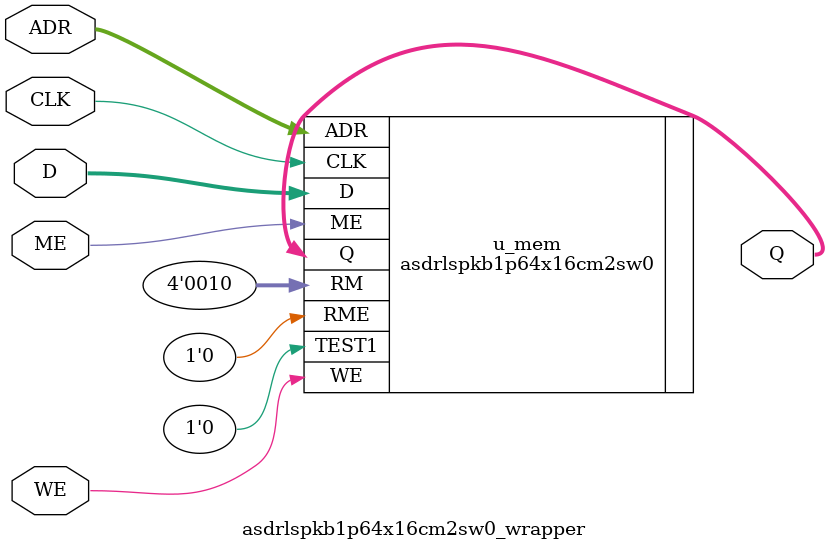
<source format=v>

`resetall 
`timescale 1 ns / 1 ps 

module asdrlspkb1p64x16cm2sw0_wrapper (Q ,ADR ,D ,WE ,ME ,CLK );

output [15:0] Q;
input [5:0] ADR;
input [15:0] D;
input  WE;
input  ME;
input  CLK;



asdrlspkb1p64x16cm2sw0 u_mem (  .Q(Q), .ADR(ADR), .D(D), .WE(WE), .ME(ME), .CLK(CLK), .TEST1(1'b0), .RM(4'b0010), .RME(1'b0));

endmodule


</source>
